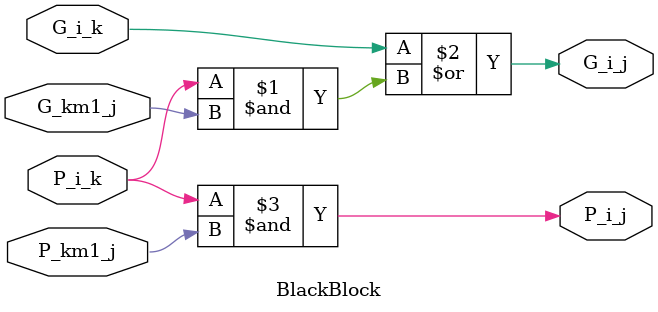
<source format=v>
module BlackBlock ( G_i_k,P_i_k,G_km1_j,P_km1_j,G_i_j,P_i_j );
input G_i_k;
input P_i_k;
input G_km1_j;
input P_km1_j;
output G_i_j;
output P_i_j;
assign G_i_j = G_i_k | ( P_i_k & G_km1_j ) ;
assign P_i_j = P_i_k & P_km1_j ;
endmodule

</source>
